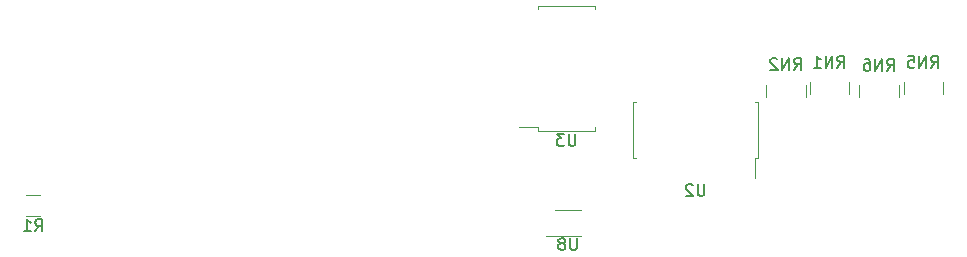
<source format=gbr>
G04 #@! TF.GenerationSoftware,KiCad,Pcbnew,(5.99.0-576-ga860ac506)*
G04 #@! TF.CreationDate,2021-04-05T12:44:30+02:00*
G04 #@! TF.ProjectId,50 pin to 34 pin Floppy Adapter,35302070-696e-4207-946f-203334207069,rev?*
G04 #@! TF.SameCoordinates,Original*
G04 #@! TF.FileFunction,Legend,Bot*
G04 #@! TF.FilePolarity,Positive*
%FSLAX46Y46*%
G04 Gerber Fmt 4.6, Leading zero omitted, Abs format (unit mm)*
G04 Created by KiCad (PCBNEW (5.99.0-576-ga860ac506)) date 2021-04-05 12:44:30*
%MOMM*%
%LPD*%
G04 APERTURE LIST*
%ADD10C,0.120000*%
%ADD11C,0.150000*%
G04 APERTURE END LIST*
D10*
X88285500Y-39771500D02*
X85285500Y-39771500D01*
X88285500Y-37571500D02*
X86085500Y-37571500D01*
X42510000Y-36331000D02*
X41310000Y-36331000D01*
X41310000Y-38091000D02*
X42510000Y-38091000D01*
X87058500Y-20330500D02*
X89443500Y-20330500D01*
X89443500Y-20330500D02*
X89443500Y-20585500D01*
X87058500Y-20330500D02*
X84673500Y-20330500D01*
X84673500Y-20330500D02*
X84673500Y-20585500D01*
X87058500Y-30850500D02*
X89443500Y-30850500D01*
X89443500Y-30850500D02*
X89443500Y-30595500D01*
X87058500Y-30850500D02*
X84673500Y-30850500D01*
X84673500Y-30850500D02*
X84673500Y-30595500D01*
X84673500Y-30595500D02*
X83008500Y-30595500D01*
X115218000Y-27995500D02*
X115218000Y-26995500D01*
X111858000Y-27995500D02*
X111858000Y-26995500D01*
X118964500Y-27741500D02*
X118964500Y-26741500D01*
X115604500Y-27741500D02*
X115604500Y-26741500D01*
X102985500Y-33182500D02*
X102985500Y-34847500D01*
X103240500Y-33182500D02*
X102985500Y-33182500D01*
X103240500Y-30797500D02*
X103240500Y-33182500D01*
X103240500Y-28412500D02*
X102985500Y-28412500D01*
X103240500Y-30797500D02*
X103240500Y-28412500D01*
X92720500Y-33182500D02*
X92975500Y-33182500D01*
X92720500Y-30797500D02*
X92720500Y-33182500D01*
X92720500Y-28412500D02*
X92975500Y-28412500D01*
X92720500Y-30797500D02*
X92720500Y-28412500D01*
X103945500Y-27995500D02*
X103945500Y-26995500D01*
X107305500Y-27995500D02*
X107305500Y-26995500D01*
X111014000Y-27741500D02*
X111014000Y-26741500D01*
X107654000Y-27741500D02*
X107654000Y-26741500D01*
D11*
X87947404Y-39965380D02*
X87947404Y-40774904D01*
X87899785Y-40870142D01*
X87852166Y-40917761D01*
X87756928Y-40965380D01*
X87566452Y-40965380D01*
X87471214Y-40917761D01*
X87423595Y-40870142D01*
X87375976Y-40774904D01*
X87375976Y-39965380D01*
X86756928Y-40393952D02*
X86852166Y-40346333D01*
X86899785Y-40298714D01*
X86947404Y-40203476D01*
X86947404Y-40155857D01*
X86899785Y-40060619D01*
X86852166Y-40013000D01*
X86756928Y-39965380D01*
X86566452Y-39965380D01*
X86471214Y-40013000D01*
X86423595Y-40060619D01*
X86375976Y-40155857D01*
X86375976Y-40203476D01*
X86423595Y-40298714D01*
X86471214Y-40346333D01*
X86566452Y-40393952D01*
X86756928Y-40393952D01*
X86852166Y-40441571D01*
X86899785Y-40489190D01*
X86947404Y-40584428D01*
X86947404Y-40774904D01*
X86899785Y-40870142D01*
X86852166Y-40917761D01*
X86756928Y-40965380D01*
X86566452Y-40965380D01*
X86471214Y-40917761D01*
X86423595Y-40870142D01*
X86375976Y-40774904D01*
X86375976Y-40584428D01*
X86423595Y-40489190D01*
X86471214Y-40441571D01*
X86566452Y-40393952D01*
X42076666Y-39377880D02*
X42410000Y-38901690D01*
X42648095Y-39377880D02*
X42648095Y-38377880D01*
X42267142Y-38377880D01*
X42171904Y-38425500D01*
X42124285Y-38473119D01*
X42076666Y-38568357D01*
X42076666Y-38711214D01*
X42124285Y-38806452D01*
X42171904Y-38854071D01*
X42267142Y-38901690D01*
X42648095Y-38901690D01*
X41124285Y-39377880D02*
X41695714Y-39377880D01*
X41410000Y-39377880D02*
X41410000Y-38377880D01*
X41505238Y-38520738D01*
X41600476Y-38615976D01*
X41695714Y-38663595D01*
X87820404Y-31142880D02*
X87820404Y-31952404D01*
X87772785Y-32047642D01*
X87725166Y-32095261D01*
X87629928Y-32142880D01*
X87439452Y-32142880D01*
X87344214Y-32095261D01*
X87296595Y-32047642D01*
X87248976Y-31952404D01*
X87248976Y-31142880D01*
X86868023Y-31142880D02*
X86248976Y-31142880D01*
X86582309Y-31523833D01*
X86439452Y-31523833D01*
X86344214Y-31571452D01*
X86296595Y-31619071D01*
X86248976Y-31714309D01*
X86248976Y-31952404D01*
X86296595Y-32047642D01*
X86344214Y-32095261D01*
X86439452Y-32142880D01*
X86725166Y-32142880D01*
X86820404Y-32095261D01*
X86868023Y-32047642D01*
X114221976Y-25788677D02*
X114555309Y-25312487D01*
X114793404Y-25788677D02*
X114793404Y-24788677D01*
X114412452Y-24788677D01*
X114317214Y-24836297D01*
X114269595Y-24883916D01*
X114221976Y-24979154D01*
X114221976Y-25122011D01*
X114269595Y-25217249D01*
X114317214Y-25264868D01*
X114412452Y-25312487D01*
X114793404Y-25312487D01*
X113793404Y-25788677D02*
X113793404Y-24788677D01*
X113221976Y-25788677D01*
X113221976Y-24788677D01*
X112317214Y-24788677D02*
X112507690Y-24788677D01*
X112602928Y-24836297D01*
X112650547Y-24883916D01*
X112745785Y-25026773D01*
X112793404Y-25217249D01*
X112793404Y-25598201D01*
X112745785Y-25693439D01*
X112698166Y-25741058D01*
X112602928Y-25788677D01*
X112412452Y-25788677D01*
X112317214Y-25741058D01*
X112269595Y-25693439D01*
X112221976Y-25598201D01*
X112221976Y-25360106D01*
X112269595Y-25264868D01*
X112317214Y-25217249D01*
X112412452Y-25169630D01*
X112602928Y-25169630D01*
X112698166Y-25217249D01*
X112745785Y-25264868D01*
X112793404Y-25360106D01*
X117942976Y-25534677D02*
X118276309Y-25058487D01*
X118514404Y-25534677D02*
X118514404Y-24534677D01*
X118133452Y-24534677D01*
X118038214Y-24582297D01*
X117990595Y-24629916D01*
X117942976Y-24725154D01*
X117942976Y-24868011D01*
X117990595Y-24963249D01*
X118038214Y-25010868D01*
X118133452Y-25058487D01*
X118514404Y-25058487D01*
X117514404Y-25534677D02*
X117514404Y-24534677D01*
X116942976Y-25534677D01*
X116942976Y-24534677D01*
X115990595Y-24534677D02*
X116466785Y-24534677D01*
X116514404Y-25010868D01*
X116466785Y-24963249D01*
X116371547Y-24915630D01*
X116133452Y-24915630D01*
X116038214Y-24963249D01*
X115990595Y-25010868D01*
X115942976Y-25106106D01*
X115942976Y-25344201D01*
X115990595Y-25439439D01*
X116038214Y-25487058D01*
X116133452Y-25534677D01*
X116371547Y-25534677D01*
X116466785Y-25487058D01*
X116514404Y-25439439D01*
X98742404Y-35393380D02*
X98742404Y-36202904D01*
X98694785Y-36298142D01*
X98647166Y-36345761D01*
X98551928Y-36393380D01*
X98361452Y-36393380D01*
X98266214Y-36345761D01*
X98218595Y-36298142D01*
X98170976Y-36202904D01*
X98170976Y-35393380D01*
X97742404Y-35488619D02*
X97694785Y-35441000D01*
X97599547Y-35393380D01*
X97361452Y-35393380D01*
X97266214Y-35441000D01*
X97218595Y-35488619D01*
X97170976Y-35583857D01*
X97170976Y-35679095D01*
X97218595Y-35821952D01*
X97790023Y-36393380D01*
X97170976Y-36393380D01*
X106320976Y-25731880D02*
X106654309Y-25255690D01*
X106892404Y-25731880D02*
X106892404Y-24731880D01*
X106511452Y-24731880D01*
X106416214Y-24779500D01*
X106368595Y-24827119D01*
X106320976Y-24922357D01*
X106320976Y-25065214D01*
X106368595Y-25160452D01*
X106416214Y-25208071D01*
X106511452Y-25255690D01*
X106892404Y-25255690D01*
X105892404Y-25731880D02*
X105892404Y-24731880D01*
X105320976Y-25731880D01*
X105320976Y-24731880D01*
X104892404Y-24827119D02*
X104844785Y-24779500D01*
X104749547Y-24731880D01*
X104511452Y-24731880D01*
X104416214Y-24779500D01*
X104368595Y-24827119D01*
X104320976Y-24922357D01*
X104320976Y-25017595D01*
X104368595Y-25160452D01*
X104940023Y-25731880D01*
X104320976Y-25731880D01*
X110005476Y-25529880D02*
X110338809Y-25053690D01*
X110576904Y-25529880D02*
X110576904Y-24529880D01*
X110195952Y-24529880D01*
X110100714Y-24577500D01*
X110053095Y-24625119D01*
X110005476Y-24720357D01*
X110005476Y-24863214D01*
X110053095Y-24958452D01*
X110100714Y-25006071D01*
X110195952Y-25053690D01*
X110576904Y-25053690D01*
X109576904Y-25529880D02*
X109576904Y-24529880D01*
X109005476Y-25529880D01*
X109005476Y-24529880D01*
X108005476Y-25529880D02*
X108576904Y-25529880D01*
X108291190Y-25529880D02*
X108291190Y-24529880D01*
X108386428Y-24672738D01*
X108481666Y-24767976D01*
X108576904Y-24815595D01*
M02*

</source>
